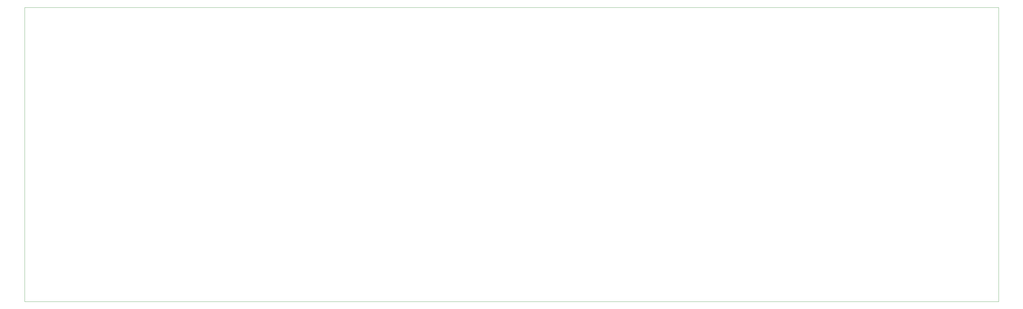
<source format=gm1>
G04 #@! TF.FileFunction,Profile,NP*
%FSLAX46Y46*%
G04 Gerber Fmt 4.6, Leading zero omitted, Abs format (unit mm)*
G04 Created by KiCad (PCBNEW 4.0.2-stable) date Wednesday, August 24, 2016 'PMt' 02:45:41 PM*
%MOMM*%
G01*
G04 APERTURE LIST*
%ADD10C,0.020000*%
%ADD11C,0.100000*%
G04 APERTURE END LIST*
D10*
D11*
X421760000Y-152450800D02*
X100406200Y-152450800D01*
X421767000Y-249525000D02*
X421767000Y-152450800D01*
X100406200Y-249529600D02*
X421765000Y-249529600D01*
X100406200Y-152460000D02*
X100406200Y-249520000D01*
M02*

</source>
